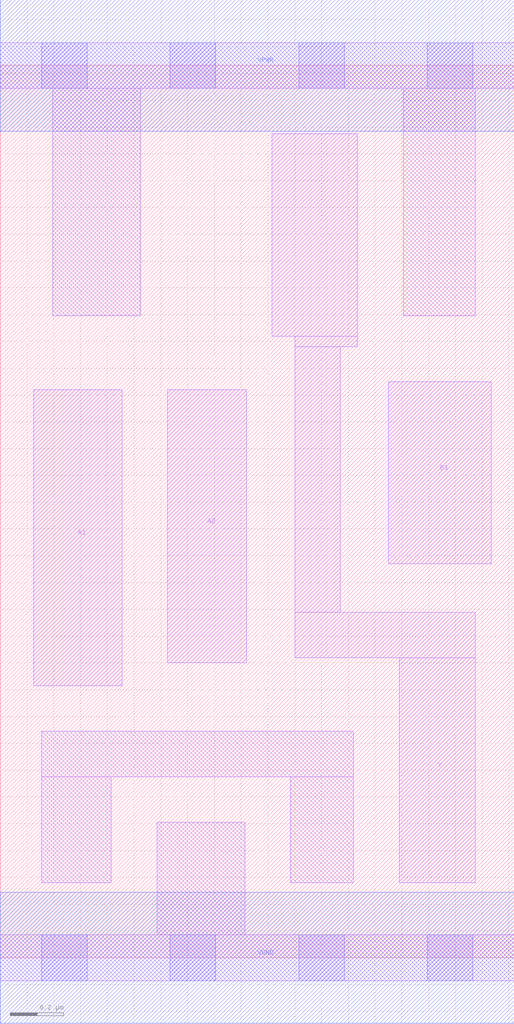
<source format=lef>
# Copyright 2020 The SkyWater PDK Authors
#
# Licensed under the Apache License, Version 2.0 (the "License");
# you may not use this file except in compliance with the License.
# You may obtain a copy of the License at
#
#     https://www.apache.org/licenses/LICENSE-2.0
#
# Unless required by applicable law or agreed to in writing, software
# distributed under the License is distributed on an "AS IS" BASIS,
# WITHOUT WARRANTIES OR CONDITIONS OF ANY KIND, either express or implied.
# See the License for the specific language governing permissions and
# limitations under the License.
#
# SPDX-License-Identifier: Apache-2.0

VERSION 5.7 ;
  NAMESCASESENSITIVE ON ;
  NOWIREEXTENSIONATPIN ON ;
  DIVIDERCHAR "/" ;
  BUSBITCHARS "[]" ;
UNITS
  DATABASE MICRONS 200 ;
END UNITS
MACRO sky130_fd_sc_lp__o21ai_0
  CLASS CORE ;
  SOURCE USER ;
  FOREIGN sky130_fd_sc_lp__o21ai_0 ;
  ORIGIN  0.000000  0.000000 ;
  SIZE  1.920000 BY  3.330000 ;
  SYMMETRY X Y R90 ;
  SITE unit ;
  PIN A1
    ANTENNAGATEAREA  0.159000 ;
    DIRECTION INPUT ;
    USE SIGNAL ;
    PORT
      LAYER li1 ;
        RECT 0.125000 1.015000 0.455000 2.120000 ;
    END
  END A1
  PIN A2
    ANTENNAGATEAREA  0.159000 ;
    DIRECTION INPUT ;
    USE SIGNAL ;
    PORT
      LAYER li1 ;
        RECT 0.625000 1.100000 0.920000 2.120000 ;
    END
  END A2
  PIN B1
    ANTENNAGATEAREA  0.159000 ;
    DIRECTION INPUT ;
    USE SIGNAL ;
    PORT
      LAYER li1 ;
        RECT 1.450000 1.470000 1.835000 2.150000 ;
    END
  END B1
  PIN Y
    ANTENNADIFFAREA  0.290500 ;
    DIRECTION OUTPUT ;
    USE SIGNAL ;
    PORT
      LAYER li1 ;
        RECT 1.015000 2.320000 1.335000 3.075000 ;
        RECT 1.100000 1.120000 1.775000 1.290000 ;
        RECT 1.100000 1.290000 1.270000 2.280000 ;
        RECT 1.100000 2.280000 1.335000 2.320000 ;
        RECT 1.490000 0.280000 1.775000 1.120000 ;
    END
  END Y
  PIN VGND
    DIRECTION INOUT ;
    USE GROUND ;
    PORT
      LAYER met1 ;
        RECT 0.000000 -0.245000 1.920000 0.245000 ;
    END
  END VGND
  PIN VPWR
    DIRECTION INOUT ;
    USE POWER ;
    PORT
      LAYER met1 ;
        RECT 0.000000 3.085000 1.920000 3.575000 ;
    END
  END VPWR
  OBS
    LAYER li1 ;
      RECT 0.000000 -0.085000 1.920000 0.085000 ;
      RECT 0.000000  3.245000 1.920000 3.415000 ;
      RECT 0.155000  0.280000 0.415000 0.675000 ;
      RECT 0.155000  0.675000 1.320000 0.845000 ;
      RECT 0.195000  2.395000 0.525000 3.245000 ;
      RECT 0.585000  0.085000 0.915000 0.505000 ;
      RECT 1.085000  0.280000 1.320000 0.675000 ;
      RECT 1.505000  2.395000 1.775000 3.245000 ;
    LAYER mcon ;
      RECT 0.155000 -0.085000 0.325000 0.085000 ;
      RECT 0.155000  3.245000 0.325000 3.415000 ;
      RECT 0.635000 -0.085000 0.805000 0.085000 ;
      RECT 0.635000  3.245000 0.805000 3.415000 ;
      RECT 1.115000 -0.085000 1.285000 0.085000 ;
      RECT 1.115000  3.245000 1.285000 3.415000 ;
      RECT 1.595000 -0.085000 1.765000 0.085000 ;
      RECT 1.595000  3.245000 1.765000 3.415000 ;
  END
END sky130_fd_sc_lp__o21ai_0
END LIBRARY

</source>
